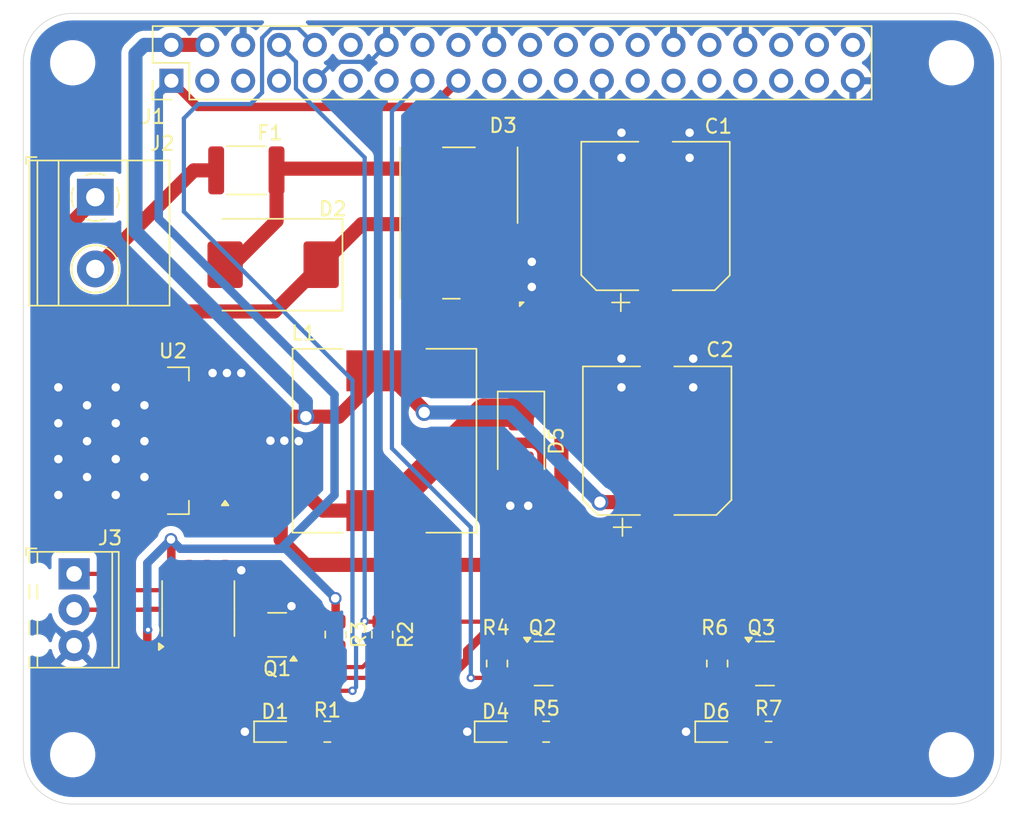
<source format=kicad_pcb>
(kicad_pcb (version 20240108) (generator "pcbnew") (generator_version "8.0")
  (layers (0 "F.Cu" signal) (31 "B.Cu" signal) (34 "B.Paste" user) (35 "F.Paste" user) (36 "B.SilkS" user "B.Silkscreen") (37 "F.SilkS" user "F.Silkscreen") (38 "B.Mask" user) (39 "F.Mask" user) (44 "Edge.Cuts" user))
  (net 0 "")
  (net 1 "5V")
  (net 2 "GND")
  (net 3 "Net-(D4-A)")
  (net 4 "Net-(D6-A)")
  (net 5 "3V3")
  (net 6 "RXD")
  (net 7 "USRLED")
  (net 8 "TXD")
  (net 9 "Net-(J3-Pin_2)")
  (net 10 "Net-(J3-Pin_1)")
  (net 11 "Net-(Q1-B)")
  (net 12 "Net-(Q1-C)")
  (net 13 "Net-(Q2-C)")
  (net 14 "Net-(Q2-B)")
  (net 15 "Net-(Q3-C)")
  (net 16 "Net-(Q3-B)")
  (net 17 "Net-(D1-A)")
  (net 18 "Net-(D5-K)")
  (net 19 "Net-(J2-Pin_2)")
  (net 45 "/DC+")
  (net 46 "/AC L")
  (net 47 "/AC N")
  (footprint "Resistor_SMD:R_0805_2012Metric" (layer "F.Cu") (at 140.8915 137.16 90)
    (property "Reference" "R6" (at 2.54 -0.1755 0) (layer "F.SilkS"))
    (property "Value" "6k8")
    (pad "1" smd roundrect (at -0.9125 0 90) (size 1.025 1.4) (layers "F.Cu" "F.Paste" "F.Mask") (roundrect_rratio 0.243902439) (net 8 "TXD"))
    (pad "2" smd roundrect (at 0.9125 0 90) (size 1.025 1.4) (layers "F.Cu" "F.Paste" "F.Mask") (roundrect_rratio 0.243902439) (net 16 "Net-(Q3-B)"))
  )
  (footprint "Package_TO_SOT_SMD:SOT-23" (layer "F.Cu") (at 144.272 137.16)
    (property "Reference" "Q3" (at -0.254 -2.54 360) (layer "F.SilkS"))
    (property "Value" "BC857")
    (pad "1" smd roundrect (at -0.9375 -0.95) (size 1.475 0.6) (layers "F.Cu" "F.Paste" "F.Mask") (net 16 "Net-(Q3-B)"))
    (pad "2" smd roundrect (at -0.9375 0.95) (size 1.475 0.6) (layers "F.Cu" "F.Paste" "F.Mask") (net 5 "3V3"))
    (pad "3" smd roundrect (at 0.9375 0) (size 1.475 0.6) (layers "F.Cu" "F.Paste" "F.Mask") (net 15 "Net-(Q3-C)"))
  )
  (footprint "Package_SO:SOP-8_3.9x4.9mm_P1.27mm" (layer "F.Cu") (at 104.14 133.265 90)
    (property "Reference" "U1" (hide yes))
    (property "Value" "SP3485EEN")
    (pad "1" smd roundrect (at -2.625 -1.905 90) (size 1.65 0.6) (layers "F.Cu" "F.Paste" "F.Mask") (net 6 "RXD"))
    (pad "2" smd roundrect (at -2.625 -0.635 90) (size 1.65 0.6) (layers "F.Cu" "F.Paste" "F.Mask") (net 12 "Net-(Q1-C)"))
    (pad "3" smd roundrect (at -2.625 0.635 90) (size 1.65 0.6) (layers "F.Cu" "F.Paste" "F.Mask") (net 12 "Net-(Q1-C)"))
    (pad "4" smd roundrect (at -2.625 1.905 90) (size 1.65 0.6) (layers "F.Cu" "F.Paste" "F.Mask") (net 8 "TXD"))
    (pad "5" smd roundrect (at 2.625 1.905 90) (size 1.65 0.6) (layers "F.Cu" "F.Paste" "F.Mask") (net 2 "GND"))
    (pad "6" smd roundrect (at 2.625 0.635 90) (size 1.65 0.6) (layers "F.Cu" "F.Paste" "F.Mask") (net 9 "Net-(J3-Pin_2)"))
    (pad "7" smd roundrect (at 2.625 -0.635 90) (size 1.65 0.6) (layers "F.Cu" "F.Paste" "F.Mask") (net 10 "Net-(J3-Pin_1)"))
    (pad "8" smd roundrect (at 2.625 -1.905 90) (size 1.65 0.6) (layers "F.Cu" "F.Paste" "F.Mask") (net 5 "3V3"))
  )
  (footprint "Diode_SMD:D_0603_1608Metric" (layer "F.Cu") (at 125.1985 141.986)
    (property "Reference" "D4" (at 0 -1.43 360) (layer "F.SilkS"))
    (property "Value" "LED")
    (pad "1" smd roundrect (at -0.7875 0) (size 0.875 0.95) (layers "F.Cu" "F.Paste" "F.Mask") (net 2 "GND"))
    (pad "2" smd roundrect (at 0.7875 0) (size 0.875 0.95) (layers "F.Cu" "F.Paste" "F.Mask") (net 3 "Net-(D4-A)"))
  )
  (footprint "TerminalBlock_Phoenix:TerminalBlock_Phoenix_MKDS-1,5-2-5.08_1x02_P5.08mm_Horizontal" (layer "F.Cu") (at 96.85 104.135 -90)
    (property "Reference" "J2" (at -3.805 -4.75 180) (layer "F.SilkS"))
    (property "Value" "AC Power In")
    (pad "1" thru_hole rect (at 0 0 270) (size 2.6 2.6) (drill 1.3) (layers "*.Cu" "*.Mask") (net 47 "/AC N"))
    (pad "2" thru_hole circle (at 5.08 0 270) (size 2.6 2.6) (drill 1.3) (layers "*.Cu" "*.Mask") (net 19 "Net-(J2-Pin_2)"))
  )
  (footprint "Package_TO_SOT_SMD:SOT-23" (layer "F.Cu") (at 128.6025 137.16)
    (property "Reference" "Q2" (at -0.0785 -2.54 360) (layer "F.SilkS"))
    (property "Value" "BC857")
    (pad "1" smd roundrect (at -0.9375 -0.95) (size 1.475 0.6) (layers "F.Cu" "F.Paste" "F.Mask") (net 14 "Net-(Q2-B)"))
    (pad "2" smd roundrect (at -0.9375 0.95) (size 1.475 0.6) (layers "F.Cu" "F.Paste" "F.Mask") (net 5 "3V3"))
    (pad "3" smd roundrect (at 0.9375 0) (size 1.475 0.6) (layers "F.Cu" "F.Paste" "F.Mask") (net 13 "Net-(Q2-C)"))
  )
  (footprint "Diode_SMD:D_0603_1608Metric" (layer "F.Cu") (at 140.8195 141.986)
    (property "Reference" "D6" (at 0 -1.43 360) (layer "F.SilkS"))
    (property "Value" "LED")
    (pad "1" smd roundrect (at -0.7875 0) (size 0.875 0.95) (layers "F.Cu" "F.Paste" "F.Mask") (net 2 "GND"))
    (pad "2" smd roundrect (at 0.7875 0) (size 0.875 0.95) (layers "F.Cu" "F.Paste" "F.Mask") (net 4 "Net-(D6-A)"))
  )
  (footprint "Resistor_SMD:R_0805_2012Metric" (layer "F.Cu") (at 117.1725 135.108 -90)
    (property "Reference" "R2" (at 0 -1.65 90) (layer "F.SilkS"))
    (property "Value" "6k8")
    (pad "1" smd roundrect (at -0.9125 0 270) (size 1.025 1.4) (layers "F.Cu" "F.Paste" "F.Mask") (roundrect_rratio 0.243902439) (net 8 "TXD"))
    (pad "2" smd roundrect (at 0.9125 0 270) (size 1.025 1.4) (layers "F.Cu" "F.Paste" "F.Mask") (roundrect_rratio 0.243902439) (net 11 "Net-(Q1-B)"))
  )
  (footprint "Package_TO_SOT_SMD:SOT-23" (layer "F.Cu") (at 109.728 135.128 180)
    (property "Reference" "Q1" (at 0 -2.4 180) (layer "F.SilkS"))
    (property "Value" "BC847")
    (pad "1" smd roundrect (at -0.9375 -0.95 180) (size 1.475 0.6) (layers "F.Cu" "F.Paste" "F.Mask") (net 11 "Net-(Q1-B)"))
    (pad "2" smd roundrect (at -0.9375 0.95 180) (size 1.475 0.6) (layers "F.Cu" "F.Paste" "F.Mask") (net 2 "GND"))
    (pad "3" smd roundrect (at 0.9375 0 180) (size 1.475 0.6) (layers "F.Cu" "F.Paste" "F.Mask") (net 12 "Net-(Q1-C)"))
  )
  (footprint "Capacitor_SMD:CP_Elec_10x12.6" (layer "F.Cu") (at 136.64 121.38 90)
    (property "Reference" "C2" (at 6.445 4.445 0) (layer "F.SilkS"))
    (property "Value" "330u")
    (pad "1" smd roundrect (at -4.35 0 90) (size 4.4 1.9) (layers "F.Cu" "F.Paste" "F.Mask") (roundrect_rratio 0.1315789474) (net 1 "5V"))
    (pad "2" smd roundrect (at 4.35 0 90) (size 4.4 1.9) (layers "F.Cu" "F.Paste" "F.Mask") (roundrect_rratio 0.1315789474) (net 2 "GND"))
  )
  (footprint "Package_TO_SOT_SMD:TO-263-5_TabPin3" (layer "F.Cu") (at 98.655 121.38 180)
    (property "Reference" "U2" (at -3.695 6.35 180) (layer "F.SilkS"))
    (property "Value" "LM2596S-5")
    (pad "1" smd roundrect (at -7.65 -3.4 180) (size 4.6 1.1) (layers "F.Cu" "F.Paste" "F.Mask") (roundrect_rratio 0.2272727273) (net 45 "/DC+"))
    (pad "2" smd roundrect (at -7.65 -1.7 180) (size 4.6 1.1) (layers "F.Cu" "F.Paste" "F.Mask") (roundrect_rratio 0.2272727273) (net 18 "Net-(D5-K)"))
    (pad "3" smd roundrect (at -7.65 0 180) (size 4.6 1.1) (layers "F.Cu" "F.Paste" "F.Mask") (roundrect_rratio 0.2272727273) (net 2 "GND"))
    (pad "3" smd roundrect (at -0.925 -2.775 180) (size 4.55 5.25) (layers "F.Cu" "F.Paste") (roundrect_rratio 0.05494505495) (net 2 "GND"))
    (pad "3" smd roundrect (at -0.925 2.775 180) (size 4.55 5.25) (layers "F.Cu" "F.Paste") (roundrect_rratio 0.05494505495) (net 2 "GND"))
    (pad "3" smd roundrect (at 1.5 0 180) (size 9.4 10.8) (layers "F.Cu" "F.Mask") (roundrect_rratio 0.02659595745) (net 2 "GND"))
    (pad "3" smd roundrect (at 3.925 -2.775 180) (size 4.55 5.25) (layers "F.Cu" "F.Paste") (roundrect_rratio 0.05494505495) (net 2 "GND"))
    (pad "3" smd roundrect (at 3.925 2.775 180) (size 4.55 5.25) (layers "F.Cu" "F.Paste") (roundrect_rratio 0.05494505495) (net 2 "GND"))
    (pad "4" smd roundrect (at -7.65 1.7 180) (size 4.6 1.1) (layers "F.Cu" "F.Paste" "F.Mask") (roundrect_rratio 0.2272727273) (net 1 "5V"))
    (pad "5" smd roundrect (at -7.65 3.4 180) (size 4.6 1.1) (layers "F.Cu" "F.Paste" "F.Mask") (roundrect_rratio 0.2272727273) (net 2 "GND"))
  )
  (footprint "Diode_SMD:D_SMA" (layer "F.Cu") (at 127 121.4025 -90)
    (property "Reference" "D5" (at 0 -2.5 90) (layer "F.SilkS"))
    (property "Value" "3A")
    (pad "1" smd roundrect (at -2 0 270) (size 2.5 1.8) (layers "F.Cu" "F.Paste" "F.Mask") (roundrect_rratio 0.1388888889) (net 18 "Net-(D5-K)"))
    (pad "2" smd roundrect (at 2 0 270) (size 2.5 1.8) (layers "F.Cu" "F.Paste" "F.Mask") (roundrect_rratio 0.1388888889) (net 2 "GND"))
  )
  (footprint "Connector_PinHeader_2.54mm:PinHeader_2x20_P2.54mm_Vertical" (layer "F.Cu") (at 102.24 95.89 90)
    (property "Reference" "J1" (at -2.535 -1.275 0) (layer "F.SilkS"))
    (property "Value" "Raspberry_Pi_2_3")
    (pad "1" thru_hole rect (at 0 0 90) (size 1.7 1.7) (drill 1) (layers "*.Cu" "*.Mask") (net 5 "3V3"))
    (pad "2" thru_hole oval (at 2.54 0 90) (size 1.7 1.7) (drill 1) (layers "*.Cu" "*.Mask") (net 1 "5V"))
    (pad "3" thru_hole oval (at 0 2.54 90) (size 1.7 1.7) (drill 1) (layers "*.Cu" "*.Mask"))
    (pad "4" thru_hole oval (at 2.54 2.54 90) (size 1.7 1.7) (drill 1) (layers "*.Cu" "*.Mask") (net 1 "5V"))
    (pad "5" thru_hole oval (at 0 5.08 90) (size 1.7 1.7) (drill 1) (layers "*.Cu" "*.Mask"))
    (pad "6" thru_hole oval (at 2.54 5.08 90) (size 1.7 1.7) (drill 1) (layers "*.Cu" "*.Mask") (net 2 "GND"))
    (pad "7" thru_hole oval (at 0 7.62 90) (size 1.7 1.7) (drill 1) (layers "*.Cu" "*.Mask"))
    (pad "8" thru_hole oval (at 2.54 7.62 90) (size 1.7 1.7) (drill 1) (layers "*.Cu" "*.Mask") (net 8 "TXD"))
    (pad "9" thru_hole oval (at 0 10.16 90) (size 1.7 1.7) (drill 1) (layers "*.Cu" "*.Mask") (net 2 "GND"))
    (pad "10" thru_hole oval (at 2.54 10.16 90) (size 1.7 1.7) (drill 1) (layers "*.Cu" "*.Mask") (net 6 "RXD"))
    (pad "11" thru_hole oval (at 0 12.7 90) (size 1.7 1.7) (drill 1) (layers "*.Cu" "*.Mask"))
    (pad "12" thru_hole oval (at 2.54 12.7 90) (size 1.7 1.7) (drill 1) (layers "*.Cu" "*.Mask"))
    (pad "13" thru_hole oval (at 0 15.24 90) (size 1.7 1.7) (drill 1) (layers "*.Cu" "*.Mask"))
    (pad "14" thru_hole oval (at 2.54 15.24 90) (size 1.7 1.7) (drill 1) (layers "*.Cu" "*.Mask") (net 2 "GND"))
    (pad "15" thru_hole oval (at 0 17.78 90) (size 1.7 1.7) (drill 1) (layers "*.Cu" "*.Mask") (net 7 "USRLED"))
    (pad "16" thru_hole oval (at 2.54 17.78 90) (size 1.7 1.7) (drill 1) (layers "*.Cu" "*.Mask"))
    (pad "17" thru_hole oval (at 0 20.32 90) (size 1.7 1.7) (drill 1) (layers "*.Cu" "*.Mask") (net 5 "3V3"))
    (pad "18" thru_hole oval (at 2.54 20.32 90) (size 1.7 1.7) (drill 1) (layers "*.Cu" "*.Mask"))
    (pad "19" thru_hole oval (at 0 22.86 90) (size 1.7 1.7) (drill 1) (layers "*.Cu" "*.Mask"))
    (pad "20" thru_hole oval (at 2.54 22.86 90) (size 1.7 1.7) (drill 1) (layers "*.Cu" "*.Mask") (net 2 "GND"))
    (pad "21" thru_hole oval (at 0 25.4 90) (size 1.7 1.7) (drill 1) (layers "*.Cu" "*.Mask"))
    (pad "22" thru_hole oval (at 2.54 25.4 90) (size 1.7 1.7) (drill 1) (layers "*.Cu" "*.Mask"))
    (pad "23" thru_hole oval (at 0 27.94 90) (size 1.7 1.7) (drill 1) (layers "*.Cu" "*.Mask"))
    (pad "24" thru_hole oval (at 2.54 27.94 90) (size 1.7 1.7) (drill 1) (layers "*.Cu" "*.Mask"))
    (pad "25" thru_hole oval (at 0 30.48 90) (size 1.7 1.7) (drill 1) (layers "*.Cu" "*.Mask") (net 2 "GND"))
    (pad "26" thru_hole oval (at 2.54 30.48 90) (size 1.7 1.7) (drill 1) (layers "*.Cu" "*.Mask"))
    (pad "27" thru_hole oval (at 0 33.02 90) (size 1.7 1.7) (drill 1) (layers "*.Cu" "*.Mask"))
    (pad "28" thru_hole oval (at 2.54 33.02 90) (size 1.7 1.7) (drill 1) (layers "*.Cu" "*.Mask"))
    (pad "29" thru_hole oval (at 0 35.56 90) (size 1.7 1.7) (drill 1) (layers "*.Cu" "*.Mask"))
    (pad "30" thru_hole oval (at 2.54 35.56 90) (size 1.7 1.7) (drill 1) (layers "*.Cu" "*.Mask") (net 2 "GND"))
    (pad "31" thru_hole oval (at 0 38.1 90) (size 1.7 1.7) (drill 1) (layers "*.Cu" "*.Mask"))
    (pad "32" thru_hole oval (at 2.54 38.1 90) (size 1.7 1.7) (drill 1) (layers "*.Cu" "*.Mask"))
    (pad "33" thru_hole oval (at 0 40.64 90) (size 1.7 1.7) (drill 1) (layers "*.Cu" "*.Mask"))
    (pad "34" thru_hole oval (at 2.54 40.64 90) (size 1.7 1.7) (drill 1) (layers "*.Cu" "*.Mask") (net 2 "GND"))
    (pad "35" thru_hole oval (at 0 43.18 90) (size 1.7 1.7) (drill 1) (layers "*.Cu" "*.Mask"))
    (pad "36" thru_hole oval (at 2.54 43.18 90) (size 1.7 1.7) (drill 1) (layers "*.Cu" "*.Mask"))
    (pad "37" thru_hole oval (at 0 45.72 90) (size 1.7 1.7) (drill 1) (layers "*.Cu" "*.Mask"))
    (pad "38" thru_hole oval (at 2.54 45.72 90) (size 1.7 1.7) (drill 1) (layers "*.Cu" "*.Mask"))
    (pad "39" thru_hole oval (at 0 48.26 90) (size 1.7 1.7) (drill 1) (layers "*.Cu" "*.Mask") (net 2 "GND"))
    (pad "40" thru_hole oval (at 2.54 48.26 90) (size 1.7 1.7) (drill 1) (layers "*.Cu" "*.Mask"))
  )
  (footprint "TerminalBlock_Phoenix:TerminalBlock_Phoenix_MPT-0,5-3-2.54_1x03_P2.54mm_Horizontal" (layer "F.Cu") (at 95.35 130.81 -90)
    (property "Reference" "J3" (at -2.54 -2.54 180) (layer "F.SilkS"))
    (property "Value" "Screw_Terminal_01x03")
    (pad "" np_thru_hole circle (at 0 2.54 270) (size 1.1 1.1) (drill 1.1) (layers "*.Cu" "*.Mask"))
    (pad "" np_thru_hole circle (at 2.54 2.54 270) (size 1.1 1.1) (drill 1.1) (layers "*.Cu" "*.Mask"))
    (pad "" np_thru_hole circle (at 5.08 2.54 270) (size 1.1 1.1) (drill 1.1) (layers "*.Cu" "*.Mask"))
    (pad "1" thru_hole rect (at 0 0 270) (size 2.2 2.2) (drill 1.1) (layers "*.Cu" "*.Mask") (net 10 "Net-(J3-Pin_1)"))
    (pad "2" thru_hole circle (at 2.54 0 270) (size 2.2 2.2) (drill 1.1) (layers "*.Cu" "*.Mask") (net 9 "Net-(J3-Pin_2)"))
    (pad "3" thru_hole circle (at 5.08 0 270) (size 2.2 2.2) (drill 1.1) (layers "*.Cu" "*.Mask") (net 2 "GND"))
  )
  (footprint "Resistor_SMD:R_0805_2012Metric" (layer "F.Cu") (at 128.778 141.986)
    (property "Reference" "R5" (at 0 -1.65 360) (layer "F.SilkS"))
    (property "Value" "330")
    (pad "1" smd roundrect (at -0.9125 0) (size 1.025 1.4) (layers "F.Cu" "F.Paste" "F.Mask") (roundrect_rratio 0.243902439) (net 3 "Net-(D4-A)"))
    (pad "2" smd roundrect (at 0.9125 0) (size 1.025 1.4) (layers "F.Cu" "F.Paste" "F.Mask") (roundrect_rratio 0.243902439) (net 13 "Net-(Q2-C)"))
  )
  (footprint "Inductor_SMD:L_Sunlord_SWRB1207S" (layer "F.Cu") (at 117.331666 121.38 90)
    (property "Reference" "L1" (at 7.62 -5.715 0) (layer "F.SilkS"))
    (property "Value" "47u")
    (pad "1" smd rect (at -4.95 0 90) (size 2.9 5.4) (layers "F.Cu" "F.Paste" "F.Mask") (net 18 "Net-(D5-K)"))
    (pad "2" smd rect (at 4.95 0 90) (size 2.9 5.4) (layers "F.Cu" "F.Paste" "F.Mask") (net 1 "5V"))
  )
  (footprint "MountingHole:MountingHole_2.7mm_M2.5" (layer "F.Cu") (at 95.25 143.615)
    (property "Reference" "H3" (hide yes))
    (property "Value" "MountingHole")
    (pad "" np_thru_hole circle (at 0 0) (size 2.7 2.7) (drill 2.7) (layers "*.Cu" "*.Mask"))
  )
  (footprint "Diode_SMD:Diode_Bridge_Bourns_CD-DF4xxS" (layer "F.Cu") (at 122.595 105.965 180)
    (property "Reference" "D3" (at -3.135 6.905 180) (layer "F.SilkS"))
    (property "Value" "4A")
    (pad "1" smd rect (at -2.6 -3.85 180) (size 2.4 4.4) (layers "F.Cu" "F.Paste" "F.Mask") (net 2 "GND"))
    (pad "2" smd rect (at -2.6 3.85 180) (size 2.4 4.4) (layers "F.Cu" "F.Paste" "F.Mask") (net 47 "/AC N"))
    (pad "3" smd rect (at 2.6 3.85 180) (size 2.4 4.4) (layers "F.Cu" "F.Paste" "F.Mask") (net 46 "/AC L"))
    (pad "4" smd rect (at 2.6 -3.85 180) (size 2.4 4.4) (layers "F.Cu" "F.Paste" "F.Mask") (net 45 "/DC+"))
  )
  (footprint "Resistor_SMD:R_0805_2012Metric" (layer "F.Cu") (at 113.8705 135.108 -90)
    (property "Reference" "R3" (at 0 -1.65 90) (layer "F.SilkS"))
    (property "Value" "6k8")
    (pad "1" smd roundrect (at -0.9125 0 270) (size 1.025 1.4) (layers "F.Cu" "F.Paste" "F.Mask") (roundrect_rratio 0.243902439) (net 5 "3V3"))
    (pad "2" smd roundrect (at 0.9125 0 270) (size 1.025 1.4) (layers "F.Cu" "F.Paste" "F.Mask") (roundrect_rratio 0.243902439) (net 12 "Net-(Q1-C)"))
  )
  (footprint "MountingHole:MountingHole_2.7mm_M2.5" (layer "F.Cu") (at 95.25 94.615)
    (property "Reference" "H1" (hide yes))
    (property "Value" "MountingHole")
    (pad "" np_thru_hole circle (at 0 0) (size 2.7 2.7) (drill 2.7) (layers "*.Cu" "*.Mask"))
  )
  (footprint "Diode_SMD:D_SMC" (layer "F.Cu") (at 109.445 108.915 180)
    (property "Reference" "D2" (at -4.22 3.9525 180) (layer "F.SilkS"))
    (property "Value" "30V")
    (pad "1" smd roundrect (at -3.4 0 270) (size 3.3 2.5) (layers "F.Cu" "F.Paste" "F.Mask") (roundrect_rratio 0.1) (net 47 "/AC N"))
    (pad "2" smd roundrect (at 3.4 0 270) (size 3.3 2.5) (layers "F.Cu" "F.Paste" "F.Mask") (roundrect_rratio 0.1) (net 46 "/AC L"))
  )
  (footprint "MountingHole:MountingHole_2.7mm_M2.5" (layer "F.Cu") (at 157.48 94.615)
    (property "Reference" "H2" (hide yes))
    (property "Value" "MountingHole")
    (pad "" np_thru_hole circle (at 0 0) (size 2.7 2.7) (drill 2.7) (layers "*.Cu" "*.Mask"))
  )
  (footprint "Resistor_SMD:R_0805_2012Metric" (layer "F.Cu") (at 144.526 141.986)
    (property "Reference" "R7" (at 0 -1.65 360) (layer "F.SilkS"))
    (property "Value" "330")
    (pad "1" smd roundrect (at -0.9125 0) (size 1.025 1.4) (layers "F.Cu" "F.Paste" "F.Mask") (roundrect_rratio 0.243902439) (net 4 "Net-(D6-A)"))
    (pad "2" smd roundrect (at 0.9125 0) (size 1.025 1.4) (layers "F.Cu" "F.Paste" "F.Mask") (roundrect_rratio 0.243902439) (net 15 "Net-(Q3-C)"))
  )
  (footprint "Fuse:Fuse_1812_4532Metric" (layer "F.Cu") (at 107.5475 102.235)
    (property "Reference" "F1" (at 1.6725 -2.65 360) (layer "F.SilkS"))
    (property "Value" "2A")
    (pad "1" smd roundrect (at -2.1375 0) (size 1.125 3.4) (layers "F.Cu" "F.Paste" "F.Mask") (roundrect_rratio 0.2222222222) (net 19 "Net-(J2-Pin_2)"))
    (pad "2" smd roundrect (at 2.1375 0) (size 1.125 3.4) (layers "F.Cu" "F.Paste" "F.Mask") (roundrect_rratio 0.2222222222) (net 46 "/AC L"))
  )
  (footprint "Capacitor_SMD:CP_Elec_10x12.6" (layer "F.Cu") (at 136.525 105.465 90)
    (property "Reference" "C1" (at 6.35 4.445 0) (layer "F.SilkS"))
    (property "Value" "330u")
    (pad "1" smd roundrect (at -4.35 0 90) (size 4.4 1.9) (layers "F.Cu" "F.Paste" "F.Mask") (roundrect_rratio 0.1315789474) (net 45 "/DC+"))
    (pad "2" smd roundrect (at 4.35 0 90) (size 4.4 1.9) (layers "F.Cu" "F.Paste" "F.Mask") (roundrect_rratio 0.1315789474) (net 2 "GND"))
  )
  (footprint "Resistor_SMD:R_0805_2012Metric" (layer "F.Cu") (at 125.3005 137.16 90)
    (property "Reference" "R4" (at 2.540001 -0.078499 180) (layer "F.SilkS"))
    (property "Value" "6k8")
    (pad "1" smd roundrect (at -0.9125 0 90) (size 1.025 1.4) (layers "F.Cu" "F.Paste" "F.Mask") (roundrect_rratio 0.243902439) (net 7 "USRLED"))
    (pad "2" smd roundrect (at 0.9125 0 90) (size 1.025 1.4) (layers "F.Cu" "F.Paste" "F.Mask") (roundrect_rratio 0.243902439) (net 14 "Net-(Q2-B)"))
  )
  (footprint "Diode_SMD:D_0603_1608Metric" (layer "F.Cu") (at 109.5775 141.986)
    (property "Reference" "D1" (at 0 -1.43 360) (layer "F.SilkS"))
    (property "Value" "LED")
    (pad "1" smd roundrect (at -0.7875 0) (size 0.875 0.95) (layers "F.Cu" "F.Paste" "F.Mask") (net 2 "GND"))
    (pad "2" smd roundrect (at 0.7875 0) (size 0.875 0.95) (layers "F.Cu" "F.Paste" "F.Mask") (net 17 "Net-(D1-A)"))
  )
  (footprint "Resistor_SMD:R_0805_2012Metric" (layer "F.Cu") (at 113.284 141.986)
    (property "Reference" "R1" (at 0 -1.524 360) (layer "F.SilkS"))
    (property "Value" "1k5")
    (pad "1" smd roundrect (at -0.9125 0) (size 1.025 1.4) (layers "F.Cu" "F.Paste" "F.Mask") (roundrect_rratio 0.243902439) (net 17 "Net-(D1-A)"))
    (pad "2" smd roundrect (at 0.9125 0) (size 1.025 1.4) (layers "F.Cu" "F.Paste" "F.Mask") (roundrect_rratio 0.243902439) (net 5 "3V3"))
  )
  (footprint "MountingHole:MountingHole_2.7mm_M2.5" (layer "F.Cu") (at 157.48 143.615)
    (property "Reference" "H4" (hide yes))
    (property "Value" "MountingHole")
    (pad "" np_thru_hole circle (at 0 0) (size 2.7 2.7) (drill 2.7) (layers "*.Cu" "*.Mask"))
  )
  (gr_line (start 160.999998 143.615) (end 160.999998 94.615002) (stroke (width 0.05)) (layer "Edge.Cuts"))
  (gr_arc (start 95.25 147.115) (mid 92.775126 146.089874) (end 91.75 143.615) (stroke (width 0.05)) (layer "Edge.Cuts"))
  (gr_line (start 95.25 147.115) (end 157.499998 147.115) (stroke (width 0.05)) (layer "Edge.Cuts"))
  (gr_line (start 91.75 94.615002) (end 91.75 143.615) (stroke (width 0.05)) (layer "Edge.Cuts"))
  (gr_arc (start 91.75 94.615002) (mid 92.775126 92.140128) (end 95.25 91.115002) (stroke (width 0.05)) (layer "Edge.Cuts"))
  (gr_line (start 157.499998 91.115002) (end 95.25 91.115002) (stroke (width 0.05)) (layer "Edge.Cuts"))
  (gr_arc (start 160.999998 143.615) (mid 159.974872 146.089874) (end 157.499998 147.115) (stroke (width 0.05)) (layer "Edge.Cuts"))
  (gr_arc (start 157.499998 91.115002) (mid 159.974872 92.140128) (end 160.999998 94.615002) (stroke (width 0.05)) (layer "Edge.Cuts"))
  (segment (start 117.331666 116.43) (end 120.142004 119.240338) (width 1) (layer "F.Cu") (net 1))
  (segment (start 102.24 93.35) (end 104.78 93.35) (width 1) (layer "F.Cu") (net 1))
  (segment (start 106.305 119.68) (end 111.76 119.68) (width 1) (layer "F.Cu") (net 1))
  (segment (start 114.081666 119.68) (end 117.331666 116.43) (width 1) (layer "F.Cu") (net 1))
  (segment (start 120.142004 119.240338) (end 120.142004 119.37999) (width 1) (layer "F.Cu") (net 1))
  (segment (start 111.76 119.68) (end 114.081666 119.68) (width 1) (layer "F.Cu") (net 1))
  (segment (start 132.588 125.73) (end 136.64 125.73) (width 1) (layer "F.Cu") (net 1))
  (via (at 132.588 125.73) (size 1.2) (drill 0.8) (layers "F.Cu" "B.Cu") (net 1))
  (via (at 111.76 119.68) (size 1.2) (drill 0.8) (layers "F.Cu" "B.Cu") (net 1))
  (via (at 120.142004 119.37999) (size 1.2) (drill 0.8) (layers "F.Cu" "B.Cu") (net 1))
  (segment (start 102.24 93.35) (end 100.325 93.35) (width 1) (layer "B.Cu") (net 1))
  (segment (start 132.588 125.73) (end 126.237989 119.379989) (width 1) (layer "B.Cu") (net 1))
  (segment (start 111.76 118.618) (end 99.695 106.553) (width 1) (layer "B.Cu") (net 1))
  (segment (start 100.325 93.35) (end 99.695 93.98) (width 1) (layer "B.Cu") (net 1))
  (segment (start 111.76 118.618) (end 111.76 119.68) (width 1) (layer "B.Cu") (net 1))
  (segment (start 126.237989 119.379989) (end 120.142004 119.37999) (width 1) (layer "B.Cu") (net 1))
  (segment (start 99.695 106.553) (end 99.695 93.98) (width 1) (layer "B.Cu") (net 1))
  (segment (start 110.268 121.412) (end 110.236 121.38) (width 0.6) (layer "F.Cu") (net 2))
  (segment (start 140.032 141.986) (end 138.684 141.986) (width 0.6) (layer "F.Cu") (net 2))
  (segment (start 110.744 134.0995) (end 110.6655 134.178) (width 0.6) (layer "F.Cu") (net 2))
  (segment (start 106.129 130.556) (end 106.045 130.64) (width 0.6) (layer "F.Cu") (net 2))
  (segment (start 110.236 121.38) (end 109.252014 121.38) (width 0.6) (layer "F.Cu") (net 2))
  (segment (start 107.188 130.556) (end 106.129 130.556) (width 0.6) (layer "F.Cu") (net 2))
  (segment (start 106.305 116.719) (end 106.172 116.586) (width 0.6) (layer "F.Cu") (net 2))
  (segment (start 106.305 117.98) (end 106.305 116.719) (width 0.6) (layer "F.Cu") (net 2))
  (segment (start 107.442 141.986) (end 108.79 141.986) (width 0.6) (layer "F.Cu") (net 2))
  (segment (start 110.744 133.096) (end 110.744 134.0995) (width 0.6) (layer "F.Cu") (net 2))
  (segment (start 106.305 121.38) (end 109.252014 121.38) (width 0.6) (layer "F.Cu") (net 2))
  (segment (start 123.19 141.986) (end 124.411 141.986) (width 0.6) (layer "F.Cu") (net 2))
  (segment (start 111.252 121.412) (end 110.268 121.412) (width 0.6) (layer "F.Cu") (net 2))
  (segment (start 107.188 116.586) (end 106.172 116.586) (width 0.6) (layer "F.Cu") (net 2))
  (segment (start 105.156 116.586) (end 106.172 116.586) (width 0.6) (layer "F.Cu") (net 2))
  (via (at 94.234 117.602) (size 0.9) (drill 0.6) (layers "F.Cu" "B.Cu") (net 2))
  (via (at 127.762 108.712) (size 0.9) (drill 0.6) (layers "F.Cu" "B.Cu") (net 2))
  (via (at 100.33 123.952) (size 0.9) (drill 0.6) (layers "F.Cu" "B.Cu") (net 2))
  (via (at 134.112 115.57) (size 0.9) (drill 0.6) (layers "F.Cu" "B.Cu") (net 2))
  (via (at 98.298 120.142) (size 0.9) (drill 0.6) (layers "F.Cu" "B.Cu") (net 2))
  (via (at 96.266 121.412) (size 0.9) (drill 0.6) (layers "F.Cu" "B.Cu") (net 2))
  (via (at 94.234 122.682) (size 0.9) (drill 0.6) (layers "F.Cu" "B.Cu") (net 2))
  (via (at 123.19 141.986) (size 0.9) (drill 0.6) (layers "F.Cu" "B.Cu") (net 2))
  (via (at 107.442 141.986) (size 0.9) (drill 0.6) (layers "F.Cu" "B.Cu") (net 2))
  (via (at 126.238 125.984) (size 0.9) (drill 0.6) (layers "F.Cu" "B.Cu") (net 2))
  (via (at 96.266 123.952) (size 0.9) (drill 0.6) (layers "F.Cu" "B.Cu") (net 2))
  (via (at 134.112 101.346) (size 0.9) (drill 0.6) (layers "F.Cu" "B.Cu") (net 2))
  (via (at 100.33 118.872) (size 0.9) (drill 0.6) (layers "F.Cu" "B.Cu") (net 2))
  (via (at 94.234 125.222) (size 0.9) (drill 0.6) (layers "F.Cu" "B.Cu") (net 2))
  (via (at 98.298 125.222) (size 0.9) (drill 0.6) (layers "F.Cu" "B.Cu") (net 2))
  (via (at 107.188 116.586) (size 0.9) (drill 0.6) (layers "F.Cu" "B.Cu") (net 2))
  (via (at 109.252014 121.38) (size 0.9) (drill 0.6) (layers "F.Cu" "B.Cu") (net 2))
  (via (at 98.298 117.602) (size 0.9) (drill 0.6) (layers "F.Cu" "B.Cu") (net 2))
  (via (at 134.112 99.568) (size 0.9) (drill 0.6) (layers "F.Cu" "B.Cu") (net 2))
  (via (at 138.938 99.568) (size 0.9) (drill 0.6) (layers "F.Cu" "B.Cu") (net 2))
  (via (at 138.684 141.986) (size 0.9) (drill 0.6) (layers "F.Cu" "B.Cu") (net 2))
  (via (at 106.172 116.586) (size 0.9) (drill 0.6) (layers "F.Cu" "B.Cu") (net 2))
  (via (at 110.236 121.38) (size 0.9) (drill 0.6) (layers "F.Cu" "B.Cu") (net 2))
  (via (at 107.188 130.556) (size 0.9) (drill 0.6) (layers "F.Cu" "B.Cu") (net 2))
  (via (at 134.112 117.602) (size 0.9) (drill 0.6) (layers "F.Cu" "B.Cu") (net 2))
  (via (at 100.33 121.412) (size 0.9) (drill 0.6) (layers "F.Cu" "B.Cu") (net 2))
  (via (at 94.234 120.142) (size 0.9) (drill 0.6) (layers "F.Cu" "B.Cu") (net 2))
  (via (at 139.192 115.57) (size 0.9) (drill 0.6) (layers "F.Cu" "B.Cu") (net 2))
  (via (at 110.744 133.096) (size 0.9) (drill 0.6) (layers "F.Cu" "B.Cu") (net 2))
  (via (at 127.508 125.984) (size 0.9) (drill 0.6) (layers "F.Cu" "B.Cu") (net 2))
  (via (at 127.762 110.49) (size 0.9) (drill 0.6) (layers "F.Cu" "B.Cu") (net 2))
  (via (at 138.938 101.346) (size 0.9) (drill 0.6) (layers "F.Cu" "B.Cu") (net 2))
  (via (at 111.252 121.412) (size 0.9) (drill 0.6) (layers "F.Cu" "B.Cu") (net 2))
  (via (at 98.298 122.682) (size 0.9) (drill 0.6) (layers "F.Cu" "B.Cu") (net 2))
  (via (at 139.192 117.602) (size 0.9) (drill 0.6) (layers "F.Cu" "B.Cu") (net 2))
  (via (at 96.266 118.872) (size 0.9) (drill 0.6) (layers "F.Cu" "B.Cu") (net 2))
  (via (at 105.156 116.586) (size 0.9) (drill 0.6) (layers "F.Cu" "B.Cu") (net 2))
  (segment (start 116.28 94.55) (end 117.48 93.35) (width 0.3) (layer "B.Cu") (net 2))
  (segment (start 112.4 95.89) (end 113.74 94.55) (width 0.3) (layer "B.Cu") (net 2))
  (segment (start 113.74 94.55) (end 116.28 94.55) (width 0.3) (layer "B.Cu") (net 2))
  (segment (start 125.986 141.986) (end 127.8655 141.986) (width 0.3) (layer "F.Cu") (net 3))
  (segment (start 141.607 141.986) (end 143.6135 141.986) (width 0.3) (layer "F.Cu") (net 4))
  (segment (start 100.5332 138.3792) (end 100.5332 134.8232) (width 0.6) (layer "F.Cu") (net 5))
  (segment (start 141.9985 139.446) (end 135.89 139.446) (width 0.6) (layer "F.Cu") (net 5))
  (segment (start 102.235 128.397) (end 102.2096 128.3716) (width 0.6) (layer "F.Cu") (net 5))
  (segment (start 120.65 139.446) (end 126.329 139.446) (width 0.6) (layer "F.Cu") (net 5))
  (segment (start 143.3345 138.11) (end 141.9985 139.446) (width 0.6) (layer "F.Cu") (net 5))
  (segment (start 118.11 141.986) (end 120.65 139.446) (width 0.6) (layer "F.Cu") (net 5))
  (segment (start 114.1965 141.986) (end 118.11 141.986) (width 0.6) (layer "F.Cu") (net 5))
  (segment (start 102.2096 140.0556) (end 100.5332 138.3792) (width 0.6) (layer "F.Cu") (net 5))
  (segment (start 135.89 139.446) (end 131.572 135.128) (width 0.6) (layer "F.Cu") (net 5))
  (segment (start 120.7108 97.7392) (end 104.0892 97.7392) (width 0.6) (layer "F.Cu") (net 5))
  (segment (start 113.8705 134.1955) (end 113.8705 132.572028) (width 0.6) (layer "F.Cu") (net 5))
  (segment (start 123.19 136.906) (end 120.65 139.446) (width 0.6) (layer "F.Cu") (net 5))
  (segment (start 126.329 139.446) (end 127.665 138.11) (width 0.6) (layer "F.Cu") (net 5))
  (segment (start 102.235 130.64) (end 102.235 128.397) (width 0.6) (layer "F.Cu") (net 5))
  (segment (start 123.19 136.2456) (end 124.3076 135.128) (width 0.6) (layer "F.Cu") (net 5))
  (segment (start 122.56 95.89) (end 120.7108 97.7392) (width 0.6) (layer "F.Cu") (net 5))
  (segment (start 104.0892 97.7392) (end 102.24 95.89) (width 0.6) (layer "F.Cu") (net 5))
  (segment (start 113.8705 132.572028) (end 113.839231 132.540759) (width 0.6) (layer "F.Cu") (net 5))
  (segment (start 131.572 135.128) (end 124.3076 135.128) (width 0.6) (layer "F.Cu") (net 5))
  (segment (start 100.5332 134.8232) (end 100.584034 134.772366) (width 0.6) (layer "F.Cu") (net 5))
  (segment (start 123.19 136.906) (end 123.19 136.2456) (width 0.6) (layer "F.Cu") (net 5))
  (segment (start 112.2661 140.0556) (end 102.2096 140.0556) (width 0.6) (layer "F.Cu") (net 5))
  (segment (start 114.1965 141.986) (end 112.2661 140.0556) (width 0.6) (layer "F.Cu") (net 5))
  (via (at 113.839231 132.540759) (size 0.9) (drill 0.6) (layers "F.Cu" "B.Cu") (net 5))
  (via (at 100.584034 134.772366) (size 0.6) (drill 0.3) (layers "F.Cu" "B.Cu") (net 5))
  (via (at 102.2096 128.3716) (size 0.9) (drill 0.6) (layers "F.Cu" "B.Cu") (net 5))
  (segment (start 101.346 96.784) (end 101.346 105.664) (width 0.6) (layer "B.Cu") (net 5))
  (segment (start 100.5332 134.721532) (end 100.5332 130.048) (width 0.6) (layer "B.Cu") (net 5))
  (segment (start 102.24 95.89) (end 101.346 96.784) (width 0.6) (layer "B.Cu") (net 5))
  (segment (start 110.330472 129.032) (end 113.839231 132.540759) (width 0.6) (layer "B.Cu") (net 5))
  (segment (start 100.584034 134.772366) (end 100.5332 134.721532) (width 0.6) (layer "B.Cu") (net 5))
  (segment (start 101.346 105.664) (end 113.792 118.11) (width 0.6) (layer "B.Cu") (net 5))
  (segment (start 100.5332 130.048) (end 102.2096 128.3716) (width 0.6) (layer "B.Cu") (net 5))
  (segment (start 109.982 129.032) (end 110.330472 129.032) (width 0.6) (layer "B.Cu") (net 5))
  (segment (start 102.87 129.032) (end 102.2096 128.3716) (width 0.6) (layer "B.Cu") (net 5))
  (segment (start 109.982 129.032) (end 102.87 129.032) (width 0.6) (layer "B.Cu") (net 5))
  (segment (start 113.792 118.11) (end 113.792 125.222) (width 0.6) (layer "B.Cu") (net 5))
  (segment (start 113.792 125.222) (end 109.982 129.032) (width 0.6) (layer "B.Cu") (net 5))
  (segment (start 103.7844 139.0904) (end 102.362 137.668) (width 0.3) (layer "F.Cu") (net 6))
  (segment (start 102.362 136.017) (end 102.235 135.89) (width 0.3) (layer "F.Cu") (net 6))
  (segment (start 115.062 139.0904) (end 103.7844 139.0904) (width 0.3) (layer "F.Cu") (net 6))
  (segment (start 102.362 137.668) (end 102.362 136.017) (width 0.3) (layer "F.Cu") (net 6))
  (via (at 115.062 139.0904) (size 0.6) (drill 0.3) (layers "F.Cu" "B.Cu") (net 6))
  (segment (start 108.66 96.726) (end 108.66 92.852943) (width 0.3) (layer "B.Cu") (net 6))
  (segment (start 104.14 97.536) (end 107.85 97.536) (width 0.3) (layer "B.Cu") (net 6))
  (segment (start 115.062 135.636) (end 115.062 117.094) (width 0.3) (layer "B.Cu") (net 6))
  (segment (start 108.66 92.852943) (end 109.362943 92.15) (width 0.3) (layer "B.Cu") (net 6))
  (segment (start 115.316 138.8364) (end 115.062 139.0904) (width 0.3) (layer "B.Cu") (net 6))
  (segment (start 109.362943 92.15) (end 111.2 92.15) (width 0.3) (layer "B.Cu") (net 6))
  (segment (start 115.062 135.636) (end 115.316 135.89) (width 0.3) (layer "B.Cu") (net 6))
  (segment (start 107.85 97.536) (end 108.66 96.726) (width 0.3) (layer "B.Cu") (net 6))
  (segment (start 111.2 92.15) (end 112.4 93.35) (width 0.3) (layer "B.Cu") (net 6))
  (segment (start 115.316 135.89) (end 115.316 138.8364) (width 0.3) (layer "B.Cu") (net 6))
  (segment (start 115.062 117.094) (end 103.124 105.156) (width 0.3) (layer "B.Cu") (net 6))
  (segment (start 103.124 98.552) (end 104.14 97.536) (width 0.3) (layer "B.Cu") (net 6))
  (segment (start 103.124 105.156) (end 103.124 98.552) (width 0.3) (layer "B.Cu") (net 6))
  (segment (start 123.444 138.176) (end 125.197 138.176) (width 0.3) (layer "F.Cu") (net 7))
  (segment (start 125.197 138.176) (end 125.3005 138.0725) (width 0.3) (layer "F.Cu") (net 7))
  (via (at 123.444 138.176) (size 0.6) (drill 0.3) (layers "F.Cu" "B.Cu") (net 7))
  (segment (start 120.02 95.89) (end 117.856 98.054) (width 0.3) (layer "B.Cu") (net 7))
  (segment (start 123.444 127.508) (end 123.444 138.176) (width 0.3) (layer "B.Cu") (net 7))
  (segment (start 117.856 121.92) (end 123.444 127.508) (width 0.3) (layer "B.Cu") (net 7))
  (segment (start 117.856 98.054) (end 117.856 121.92) (width 0.3) (layer "B.Cu") (net 7))
  (segment (start 106.045 137.541) (end 106.68 138.176) (width 0.3) (layer "F.Cu") (net 8))
  (segment (start 106.68 138.176) (end 117.856 138.176) (width 0.3) (layer "F.Cu") (net 8))
  (segment (start 137.5645 138.0725) (end 133.6875 134.1955) (width 0.3) (layer "F.Cu") (net 8))
  (segment (start 119.126 136.906) (end 117.856 138.176) (width 0.3) (layer "F.Cu") (net 8))
  (segment (start 106.045 135.89) (end 106.045 137.541) (width 0.3) (layer "F.Cu") (net 8))
  (segment (start 140.8915 138.0725) (end 137.5645 138.0725) (width 0.3) (layer "F.Cu") (net 8))
  (segment (start 119.126 134.1955) (end 119.126 136.906) (width 0.3) (layer "F.Cu") (net 8))
  (segment (start 119.126 134.1955) (end 117.1725 134.1955) (width 0.3) (layer "F.Cu") (net 8))
  (segment (start 117.1725 134.1955) (end 115.9583 134.1955) (width 0.3) (layer "F.Cu") (net 8))
  (segment (start 133.6875 134.1955) (end 119.126 134.1955) (width 0.3) (layer "F.Cu") (net 8))
  (segment (start 115.9583 134.1955) (end 115.9256 134.1628) (width 0.3) (layer "F.Cu") (net 8))
  (via (at 115.9256 134.1628) (size 0.6) (drill 0.3) (layers "F.Cu" "B.Cu") (net 8))
  (segment (start 111.06 94.55) (end 111.06 96.458) (width 0.3) (layer "B.Cu") (net 8))
  (segment (start 109.86 93.35) (end 111.06 94.55) (width 0.3) (layer "B.Cu") (net 8))
  (segment (start 111.06 96.458) (end 115.9256 101.3236) (width 0.3) (layer "B.Cu") (net 8))
  (segment (start 115.9256 101.3236) (end 115.9256 134.1628) (width 0.3) (layer "B.Cu") (net 8))
  (segment (start 102.954999 133.285) (end 104.775 131.464999) (width 0.3) (layer "F.Cu") (net 9))
  (segment (start 100.33 133.285) (end 102.954999 133.285) (width 0.3) (layer "F.Cu") (net 9))
  (segment (start 100.33 133.285) (end 100.265 133.35) (width 0.3) (layer "F.Cu") (net 9))
  (segment (start 104.775 130.64) (end 104.775 131.464999) (width 0.3) (layer "F.Cu") (net 9))
  (segment (start 100.265 133.35) (end 95.885 133.35) (width 0.3) (layer "F.Cu") (net 9))
  (segment (start 104.775 131.464999) (end 102.889999 133.35) (width 0.3) (layer "F.Cu") (net 9))
  (segment (start 102.889999 133.35) (end 95.885 133.35) (width 0.3) (layer "F.Cu") (net 9))
  (segment (start 103.004999 131.965) (end 99.58 131.965) (width 0.3) (layer "F.Cu") (net 10))
  (segment (start 103.505 131.464999) (end 103.004999 131.965) (width 0.3) (layer "F.Cu") (net 10))
  (segment (start 99.58 131.965) (end 98.425 130.81) (width 0.3) (layer "F.Cu") (net 10))
  (segment (start 98.425 130.81) (end 95.885 130.81) (width 0.3) (layer "F.Cu") (net 10))
  (segment (start 103.505 130.64) (end 103.505 131.464999) (width 0.3) (layer "F.Cu") (net 10))
  (segment (start 115.779 137.414) (end 117.1725 136.0205) (width 0.3) (layer "F.Cu") (net 11))
  (segment (start 112.776 137.414) (end 115.779 137.414) (width 0.3) (layer "F.Cu") (net 11))
  (segment (start 111.44 136.078) (end 112.776 137.414) (width 0.3) (layer "F.Cu") (net 11))
  (segment (start 110.6655 136.078) (end 111.44 136.078) (width 0.3) (layer "F.Cu") (net 11))
  (segment (start 112.9065 136.0205) (end 112.014 135.128) (width 0.3) (layer "F.Cu") (net 12))
  (segment (start 104.775 135.89) (end 103.505 135.89) (width 0.3) (layer "F.Cu") (net 12))
  (segment (start 108.7905 135.128) (end 107.442 135.128) (width 0.3) (layer "F.Cu") (net 12))
  (segment (start 113.8705 136.0205) (end 112.9065 136.0205) (width 0.3) (layer "F.Cu") (net 12))
  (segment (start 104.775 134.747) (end 104.775 135.89) (width 0.3) (layer "F.Cu") (net 12))
  (segment (start 105.41 134.112) (end 104.775 134.747) (width 0.3) (layer "F.Cu") (net 12))
  (segment (start 106.426 134.112) (end 105.41 134.112) (width 0.3) (layer "F.Cu") (net 12))
  (segment (start 107.442 135.128) (end 106.426 134.112) (width 0.3) (layer "F.Cu") (net 12))
  (segment (start 112.014 135.128) (end 108.7905 135.128) (width 0.3) (layer "F.Cu") (net 12))
  (segment (start 129.54 137.16) (end 129.54 141.8355) (width 0.3) (layer "F.Cu") (net 13))
  (segment (start 129.54 141.8355) (end 129.6905 141.986) (width 0.3) (layer "F.Cu") (net 13))
  (segment (start 125.3005 136.2475) (end 127.6275 136.2475) (width 0.3) (layer "F.Cu") (net 14))
  (segment (start 127.6275 136.2475) (end 127.665 136.21) (width 0.3) (layer "F.Cu") (net 14))
  (segment (start 145.2095 141.757) (end 145.4385 141.986) (width 0.3) (layer "F.Cu") (net 15))
  (segment (start 145.2095 137.16) (end 145.2095 141.757) (width 0.3) (layer "F.Cu") (net 15))
  (segment (start 143.3345 136.21) (end 140.929 136.21) (width 0.3) (layer "F.Cu") (net 16))
  (segment (start 140.929 136.21) (end 140.8915 136.2475) (width 0.3) (layer "F.Cu") (net 16))
  (segment (start 110.365 141.986) (end 112.3715 141.986) (width 0.3) (layer "F.Cu") (net 17))
  (segment (start 112.9696 126.33) (end 117.331666 126.33) (width 1) (layer "F.Cu") (net 18))
  (segment (start 106.305 123.08) (end 109.7196 123.08) (width 1) (layer "F.Cu") (net 18))
  (segment (start 124.3359 119.4025) (end 117.4084 126.33) (width 2) (layer "F.Cu") (net 18))
  (segment (start 117.4084 126.33) (end 117.331666 126.33) (width 2) (layer "F.Cu") (net 18))
  (segment (start 127 119.4025) (end 124.3359 119.4025) (width 2) (layer "F.Cu") (net 18))
  (segment (start 109.7196 123.08) (end 112.9696 126.33) (width 1) (layer "F.Cu") (net 18))
  (segment (start 103.83 102.235) (end 105.41 102.235) (width 1) (layer "F.Cu") (net 19))
  (segment (start 96.85 109.215) (end 103.83 102.235) (width 1) (layer "F.Cu") (net 19))
  (segment (start 129.667 126.873) (end 126.365 130.175) (width 1) (layer "F.Cu") (net 45))
  (segment (start 109.1692 124.9172) (end 106.4422 124.9172) (width 1) (layer "F.Cu") (net 45))
  (segment (start 111.76 130.175) (end 109.982 128.397) (width 1) (layer "F.Cu") (net 45))
  (segment (start 129.8575 117.7925) (end 129.8575 126.6825) (width 1) (layer "F.Cu") (net 45))
  (segment (start 111.76 130.175) (end 126.365 130.175) (width 1) (layer "F.Cu") (net 45))
  (segment (start 136.525 109.815) (end 132.675 113.665) (width 1) (layer "F.Cu") (net 45))
  (segment (start 119.995 112.375) (end 122.936 115.316) (width 1) (layer "F.Cu") (net 45))
  (segment (start 106.4422 124.9172) (end 106.305 124.78) (width 1) (layer "F.Cu") (net 45))
  (segment (start 123.19 115.57) (end 127.635 115.57) (width 1) (layer "F.Cu") (net 45))
  (segment (start 109.982 128.397) (end 109.982 125.73) (width 1) (layer "F.Cu") (net 45))
  (segment (start 119.995 109.815) (end 119.995 112.375) (width 1) (layer "F.Cu") (net 45))
  (segment (start 127.635 115.57) (end 129.8575 117.7925) (width 1) (layer "F.Cu") (net 45))
  (segment (start 109.982 125.73) (end 109.1692 124.9172) (width 1) (layer "F.Cu") (net 45))
  (segment (start 129.54 113.665) (end 127.635 115.57) (width 1) (layer "F.Cu") (net 45))
  (segment (start 122.936 115.316) (end 123.19 115.57) (width 1) (layer "F.Cu") (net 45))
  (segment (start 129.8575 126.6825) (end 129.667 126.873) (width 1) (layer "F.Cu") (net 45))
  (segment (start 132.675 113.665) (end 129.54 113.665) (width 1) (layer "F.Cu") (net 45))
  (segment (start 106.1846 108.7754) (end 106.045 108.915) (width 1) (layer "F.Cu") (net 46))
  (segment (start 119.995 102.115) (end 109.805 102.115) (width 1) (layer "F.Cu") (net 46))
  (segment (start 109.685 102.235) (end 109.685 105.8086) (width 1) (layer "F.Cu") (net 46))
  (segment (start 106.7182 108.7754) (end 106.1846 108.7754) (width 1) (layer "F.Cu") (net 46))
  (segment (start 109.685 105.8086) (end 106.7182 108.7754) (width 1) (layer "F.Cu") (net 46))
  (segment (start 109.805 102.115) (end 109.685 102.235) (width 1) (layer "F.Cu") (net 46))
  (segment (start 125.195 103.2526) (end 125.195 102.115) (width 1) (layer "F.Cu") (net 47))
  (segment (start 109.5338 112.2262) (end 112.845 108.915) (width 1) (layer "F.Cu") (net 47))
  (segment (start 95.7162 112.2262) (end 109.5338 112.2262) (width 1) (layer "F.Cu") (net 47))
  (segment (start 96.85 104.135) (end 96.85 104.2672) (width 1) (layer "F.Cu") (net 47))
  (segment (start 115.715 106.045) (end 115.8748 106.045) (width 1) (layer "F.Cu") (net 47))
  (segment (start 115.8748 106.045) (end 122.4026 106.045) (width 1) (layer "F.Cu") (net 47))
  (segment (start 112.845 108.915) (end 115.715 106.045) (width 1) (layer "F.Cu") (net 47))
  (segment (start 93.98 107.1372) (end 93.98 110.49) (width 1) (layer "F.Cu") (net 47))
  (segment (start 93.98 110.49) (end 95.5802 112.0902) (width 1) (layer "F.Cu") (net 47))
  (segment (start 122.4026 106.045) (end 125.195 103.2526) (width 1) (layer "F.Cu") (net 47))
  (segment (start 96.85 104.2672) (end 93.98 107.1372) (width 1) (layer "F.Cu") (net 47))
  (segment (start 95.5802 112.0902) (end 95.7162 112.2262) (width 1) (layer "F.Cu") (net 47))
  (zone (net 2) (net_name "GND") (layer "F.Cu") (priority 1) (connect_pads (clearance 0.5)) (min_thickness 0.25) (fill yes (thermal_gap 0.25) (thermal_bridge_width 0.8))
    (polygon (pts (xy 123.19 106.934) (xy 127.762 106.934) (xy 128.778 108.204) (xy 128.778 111.506) (xy 128.016 112.776) (xy 123.19 112.776)))
  )
  (zone (net 2) (net_name "GND") (layer "F.Cu") (priority 2) (connect_pads (clearance 0.5)) (min_thickness 0.25) (fill yes (thermal_gap 0.25) (thermal_bridge_width 0.8))
    (polygon (pts (xy 139.954 98.552) (xy 139.954 102.108) (xy 138.43 103.632) (xy 134.62 103.632) (xy 133.096 102.108) (xy 133.096 98.552)))
  )
  (zone (net 2) (net_name "GND") (layer "F.Cu") (priority 3) (connect_pads (clearance 0.5)) (min_thickness 0.25) (fill yes (thermal_gap 0.25) (thermal_bridge_width 0.8))
    (polygon (pts (xy 133.35 114.3) (xy 139.954 114.3) (xy 139.954 118.872) (xy 138.938 119.888) (xy 134.366 119.888) (xy 133.35 118.872)))
  )
  (zone (net 2) (net_name "GND") (layer "F.Cu") (priority 4) (connect_pads (clearance 0.5)) (min_thickness 0.25) (fill yes (thermal_gap 0.25) (thermal_bridge_width 0.8) (island_removal_mode 1) (island_area_min 10))
    (polygon (pts (xy 124.968 121.158) (xy 128.778 121.158) (xy 128.778 126.492) (xy 127.762 127.508) (xy 124.968 127.508)))
  )
  (zone (net 2) (net_name "GND") (layer "B.Cu") (connect_pads (clearance 0.5)) (min_thickness 0.25) (fill yes (thermal_gap 0.5) (thermal_bridge_width 0.5))
    (polygon (pts (xy 91.44 90.17) (xy 161.29 90.17) (xy 161.29 147.32) (xy 91.44 147.32)))
  )
)
</source>
